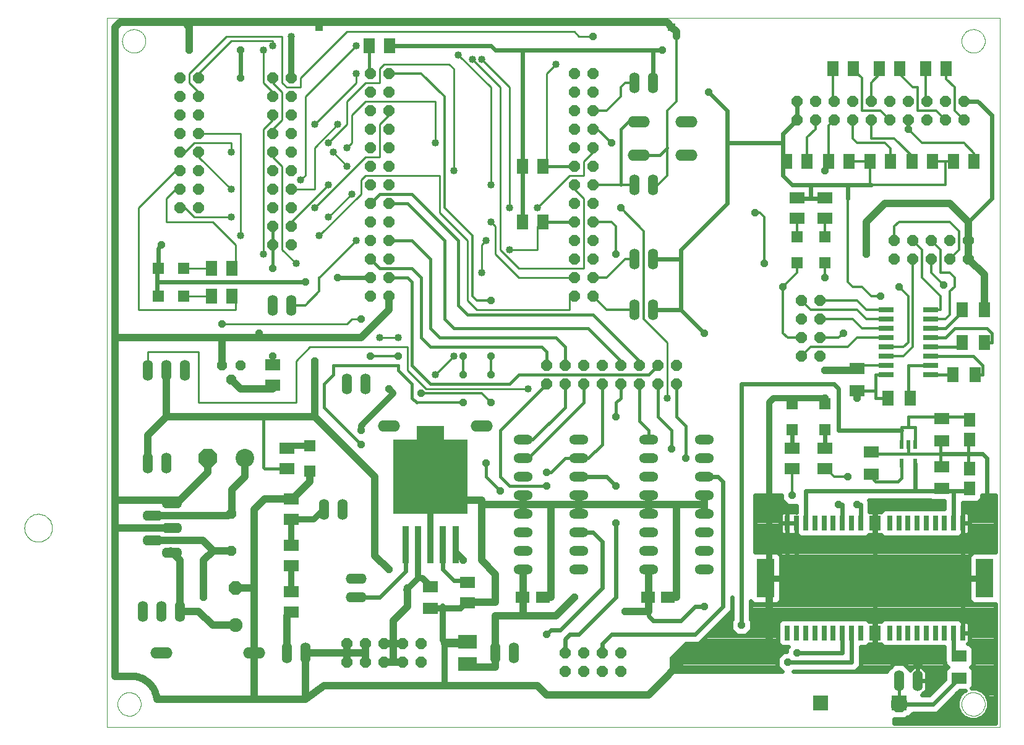
<source format=gtl>
G75*
G70*
%OFA0B0*%
%FSLAX24Y24*%
%IPPOS*%
%LPD*%
%AMOC8*
5,1,8,0,0,1.08239X$1,22.5*
%
%ADD10C,0.0000*%
%ADD11R,0.0787X0.0787*%
%ADD12R,0.1500X0.1000*%
%ADD13OC8,0.0600*%
%ADD14R,0.0630X0.0787*%
%ADD15OC8,0.0520*%
%ADD16C,0.1000*%
%ADD17OC8,0.1000*%
%ADD18O,0.1109X0.0554*%
%ADD19O,0.1200X0.0600*%
%ADD20C,0.0750*%
%ADD21OC8,0.0750*%
%ADD22R,0.0217X0.0472*%
%ADD23R,0.0787X0.0591*%
%ADD24OC8,0.0850*%
%ADD25R,0.0591X0.0591*%
%ADD26R,0.0787X0.0630*%
%ADD27O,0.1040X0.0520*%
%ADD28R,0.4000X0.4000*%
%ADD29R,0.0320X0.2000*%
%ADD30R,0.0984X0.0768*%
%ADD31O,0.0560X0.1120*%
%ADD32R,0.0768X0.0591*%
%ADD33R,0.0591X0.0768*%
%ADD34R,0.0591X0.0787*%
%ADD35R,0.0800X0.0260*%
%ADD36O,0.1120X0.0560*%
%ADD37R,0.0315X0.0787*%
%ADD38R,0.0945X0.2087*%
%ADD39C,0.0160*%
%ADD40C,0.0100*%
%ADD41C,0.0400*%
%ADD42OC8,0.0396*%
%ADD43C,0.0120*%
%ADD44C,0.0320*%
%ADD45C,0.0240*%
%ADD46C,0.0400*%
%ADD47R,0.0396X0.0396*%
D10*
X004935Y001310D02*
X004935Y039556D01*
X053055Y039556D01*
X053055Y001310D01*
X004935Y001310D01*
X005490Y002558D02*
X005493Y002615D01*
X005500Y002672D01*
X005513Y002728D01*
X005531Y002782D01*
X005554Y002835D01*
X005582Y002885D01*
X005614Y002933D01*
X005650Y002977D01*
X005690Y003018D01*
X005734Y003056D01*
X005780Y003089D01*
X005830Y003117D01*
X005882Y003141D01*
X005936Y003161D01*
X005992Y003175D01*
X006048Y003184D01*
X006106Y003188D01*
X006163Y003187D01*
X006220Y003180D01*
X006276Y003168D01*
X006331Y003152D01*
X006384Y003130D01*
X006435Y003104D01*
X006483Y003073D01*
X006529Y003038D01*
X006571Y002998D01*
X006609Y002956D01*
X006643Y002909D01*
X006673Y002860D01*
X006698Y002809D01*
X006718Y002755D01*
X006734Y002700D01*
X006744Y002644D01*
X006749Y002587D01*
X006749Y002529D01*
X006744Y002472D01*
X006734Y002416D01*
X006718Y002361D01*
X006698Y002307D01*
X006673Y002256D01*
X006643Y002207D01*
X006609Y002160D01*
X006571Y002118D01*
X006529Y002078D01*
X006483Y002043D01*
X006435Y002012D01*
X006384Y001986D01*
X006331Y001964D01*
X006276Y001948D01*
X006220Y001936D01*
X006163Y001929D01*
X006106Y001928D01*
X006048Y001932D01*
X005992Y001941D01*
X005936Y001955D01*
X005882Y001975D01*
X005830Y001999D01*
X005780Y002027D01*
X005734Y002060D01*
X005690Y002098D01*
X005650Y002139D01*
X005614Y002183D01*
X005582Y002231D01*
X005554Y002281D01*
X005531Y002334D01*
X005513Y002388D01*
X005500Y002444D01*
X005493Y002501D01*
X005490Y002558D01*
X000474Y012058D02*
X000477Y012126D01*
X000486Y012193D01*
X000502Y012260D01*
X000523Y012324D01*
X000550Y012387D01*
X000583Y012447D01*
X000621Y012503D01*
X000664Y012556D01*
X000711Y012605D01*
X000763Y012649D01*
X000819Y012688D01*
X000878Y012722D01*
X000940Y012751D01*
X001004Y012773D01*
X001070Y012790D01*
X001137Y012801D01*
X001205Y012806D01*
X001273Y012804D01*
X001341Y012797D01*
X001407Y012783D01*
X001472Y012763D01*
X001536Y012737D01*
X001596Y012706D01*
X001653Y012669D01*
X001707Y012627D01*
X001757Y012581D01*
X001802Y012530D01*
X001843Y012475D01*
X001878Y012417D01*
X001908Y012356D01*
X001932Y012292D01*
X001951Y012227D01*
X001963Y012160D01*
X001969Y012092D01*
X001969Y012024D01*
X001963Y011956D01*
X001951Y011889D01*
X001932Y011824D01*
X001908Y011760D01*
X001878Y011699D01*
X001843Y011641D01*
X001802Y011586D01*
X001757Y011535D01*
X001707Y011489D01*
X001653Y011447D01*
X001596Y011410D01*
X001536Y011379D01*
X001472Y011353D01*
X001407Y011333D01*
X001341Y011319D01*
X001273Y011312D01*
X001205Y011310D01*
X001137Y011315D01*
X001070Y011326D01*
X001004Y011343D01*
X000940Y011365D01*
X000878Y011394D01*
X000819Y011428D01*
X000763Y011467D01*
X000711Y011511D01*
X000664Y011560D01*
X000621Y011613D01*
X000583Y011669D01*
X000550Y011729D01*
X000523Y011792D01*
X000502Y011856D01*
X000486Y011923D01*
X000477Y011990D01*
X000474Y012058D01*
X005740Y038308D02*
X005743Y038365D01*
X005750Y038422D01*
X005763Y038478D01*
X005781Y038532D01*
X005804Y038585D01*
X005832Y038635D01*
X005864Y038683D01*
X005900Y038727D01*
X005940Y038768D01*
X005984Y038806D01*
X006030Y038839D01*
X006080Y038867D01*
X006132Y038891D01*
X006186Y038911D01*
X006242Y038925D01*
X006298Y038934D01*
X006356Y038938D01*
X006413Y038937D01*
X006470Y038930D01*
X006526Y038918D01*
X006581Y038902D01*
X006634Y038880D01*
X006685Y038854D01*
X006733Y038823D01*
X006779Y038788D01*
X006821Y038748D01*
X006859Y038706D01*
X006893Y038659D01*
X006923Y038610D01*
X006948Y038559D01*
X006968Y038505D01*
X006984Y038450D01*
X006994Y038394D01*
X006999Y038337D01*
X006999Y038279D01*
X006994Y038222D01*
X006984Y038166D01*
X006968Y038111D01*
X006948Y038057D01*
X006923Y038006D01*
X006893Y037957D01*
X006859Y037910D01*
X006821Y037868D01*
X006779Y037828D01*
X006733Y037793D01*
X006685Y037762D01*
X006634Y037736D01*
X006581Y037714D01*
X006526Y037698D01*
X006470Y037686D01*
X006413Y037679D01*
X006356Y037678D01*
X006298Y037682D01*
X006242Y037691D01*
X006186Y037705D01*
X006132Y037725D01*
X006080Y037749D01*
X006030Y037777D01*
X005984Y037810D01*
X005940Y037848D01*
X005900Y037889D01*
X005864Y037933D01*
X005832Y037981D01*
X005804Y038031D01*
X005781Y038084D01*
X005763Y038138D01*
X005750Y038194D01*
X005743Y038251D01*
X005740Y038308D01*
X050990Y038308D02*
X050993Y038365D01*
X051000Y038422D01*
X051013Y038478D01*
X051031Y038532D01*
X051054Y038585D01*
X051082Y038635D01*
X051114Y038683D01*
X051150Y038727D01*
X051190Y038768D01*
X051234Y038806D01*
X051280Y038839D01*
X051330Y038867D01*
X051382Y038891D01*
X051436Y038911D01*
X051492Y038925D01*
X051548Y038934D01*
X051606Y038938D01*
X051663Y038937D01*
X051720Y038930D01*
X051776Y038918D01*
X051831Y038902D01*
X051884Y038880D01*
X051935Y038854D01*
X051983Y038823D01*
X052029Y038788D01*
X052071Y038748D01*
X052109Y038706D01*
X052143Y038659D01*
X052173Y038610D01*
X052198Y038559D01*
X052218Y038505D01*
X052234Y038450D01*
X052244Y038394D01*
X052249Y038337D01*
X052249Y038279D01*
X052244Y038222D01*
X052234Y038166D01*
X052218Y038111D01*
X052198Y038057D01*
X052173Y038006D01*
X052143Y037957D01*
X052109Y037910D01*
X052071Y037868D01*
X052029Y037828D01*
X051983Y037793D01*
X051935Y037762D01*
X051884Y037736D01*
X051831Y037714D01*
X051776Y037698D01*
X051720Y037686D01*
X051663Y037679D01*
X051606Y037678D01*
X051548Y037682D01*
X051492Y037691D01*
X051436Y037705D01*
X051382Y037725D01*
X051330Y037749D01*
X051280Y037777D01*
X051234Y037810D01*
X051190Y037848D01*
X051150Y037889D01*
X051114Y037933D01*
X051082Y037981D01*
X051054Y038031D01*
X051031Y038084D01*
X051013Y038138D01*
X051000Y038194D01*
X050993Y038251D01*
X050990Y038308D01*
X050990Y002558D02*
X050993Y002615D01*
X051000Y002672D01*
X051013Y002728D01*
X051031Y002782D01*
X051054Y002835D01*
X051082Y002885D01*
X051114Y002933D01*
X051150Y002977D01*
X051190Y003018D01*
X051234Y003056D01*
X051280Y003089D01*
X051330Y003117D01*
X051382Y003141D01*
X051436Y003161D01*
X051492Y003175D01*
X051548Y003184D01*
X051606Y003188D01*
X051663Y003187D01*
X051720Y003180D01*
X051776Y003168D01*
X051831Y003152D01*
X051884Y003130D01*
X051935Y003104D01*
X051983Y003073D01*
X052029Y003038D01*
X052071Y002998D01*
X052109Y002956D01*
X052143Y002909D01*
X052173Y002860D01*
X052198Y002809D01*
X052218Y002755D01*
X052234Y002700D01*
X052244Y002644D01*
X052249Y002587D01*
X052249Y002529D01*
X052244Y002472D01*
X052234Y002416D01*
X052218Y002361D01*
X052198Y002307D01*
X052173Y002256D01*
X052143Y002207D01*
X052109Y002160D01*
X052071Y002118D01*
X052029Y002078D01*
X051983Y002043D01*
X051935Y002012D01*
X051884Y001986D01*
X051831Y001964D01*
X051776Y001948D01*
X051720Y001936D01*
X051663Y001929D01*
X051606Y001928D01*
X051548Y001932D01*
X051492Y001941D01*
X051436Y001955D01*
X051382Y001975D01*
X051330Y001999D01*
X051280Y002027D01*
X051234Y002060D01*
X051190Y002098D01*
X051150Y002139D01*
X051114Y002183D01*
X051082Y002231D01*
X051054Y002281D01*
X051031Y002334D01*
X051013Y002388D01*
X051000Y002444D01*
X050993Y002501D01*
X050990Y002558D01*
D11*
X047628Y002626D03*
X043378Y002626D03*
D12*
X022370Y017058D03*
D13*
X028620Y019808D03*
X028620Y020808D03*
X029620Y020808D03*
X030620Y020808D03*
X031620Y020808D03*
X032620Y020808D03*
X033620Y020808D03*
X034620Y020808D03*
X035620Y020808D03*
X035620Y019808D03*
X034620Y019808D03*
X033620Y019808D03*
X032620Y019808D03*
X031620Y019808D03*
X030620Y019808D03*
X029620Y019808D03*
X030120Y024558D03*
X031120Y024558D03*
X031120Y025558D03*
X031120Y026558D03*
X030120Y026558D03*
X030120Y025558D03*
X030120Y027558D03*
X030120Y028558D03*
X031120Y028558D03*
X031120Y027558D03*
X031120Y029558D03*
X031120Y030558D03*
X030120Y030558D03*
X030120Y029558D03*
X030120Y031558D03*
X030120Y032558D03*
X031120Y032558D03*
X031120Y031558D03*
X031120Y033558D03*
X031120Y034558D03*
X030120Y034558D03*
X030120Y033558D03*
X030120Y035558D03*
X030120Y036558D03*
X031120Y036558D03*
X031120Y035558D03*
X042120Y035058D03*
X043120Y035058D03*
X044120Y035058D03*
X045120Y035058D03*
X046120Y035058D03*
X047120Y035058D03*
X048120Y035058D03*
X049120Y035058D03*
X050120Y035058D03*
X051120Y035058D03*
X051120Y034058D03*
X050120Y034058D03*
X049120Y034058D03*
X048120Y034058D03*
X047120Y034058D03*
X046120Y034058D03*
X045120Y034058D03*
X044120Y034058D03*
X043120Y034058D03*
X042120Y034058D03*
X047370Y027558D03*
X048370Y027558D03*
X049370Y027558D03*
X050370Y027558D03*
X051370Y027558D03*
X051370Y026558D03*
X050370Y026558D03*
X049370Y026558D03*
X048370Y026558D03*
X047370Y026558D03*
X043370Y024308D03*
X042370Y024308D03*
X042370Y023308D03*
X043370Y023308D03*
X043370Y022308D03*
X042370Y022308D03*
X042370Y021308D03*
X043370Y021308D03*
X032620Y005308D03*
X031620Y005308D03*
X030620Y005308D03*
X029620Y005308D03*
X029620Y004308D03*
X030620Y004308D03*
X031620Y004308D03*
X032620Y004308D03*
X021870Y004808D03*
X020870Y004808D03*
X019870Y004808D03*
X018870Y004808D03*
X017870Y004808D03*
X017870Y005808D03*
X018870Y005808D03*
X019870Y005808D03*
X020870Y005808D03*
X021870Y005808D03*
X020120Y024558D03*
X019120Y024558D03*
X019120Y025558D03*
X020120Y025558D03*
X020120Y026558D03*
X019120Y026558D03*
X019120Y027558D03*
X020120Y027558D03*
X020120Y028558D03*
X019120Y028558D03*
X019120Y029558D03*
X020120Y029558D03*
X020120Y030558D03*
X019120Y030558D03*
X019120Y031558D03*
X020120Y031558D03*
X020120Y032558D03*
X019120Y032558D03*
X019120Y033558D03*
X020120Y033558D03*
X020120Y034558D03*
X019120Y034558D03*
X019120Y035558D03*
X020120Y035558D03*
X020120Y036558D03*
X019120Y036558D03*
X014870Y036308D03*
X013870Y036308D03*
X013870Y035308D03*
X014870Y035308D03*
X014870Y034308D03*
X013870Y034308D03*
X013870Y033308D03*
X014870Y033308D03*
X014870Y032308D03*
X013870Y032308D03*
X013870Y031308D03*
X014870Y031308D03*
X014870Y030308D03*
X013870Y030308D03*
X013870Y029308D03*
X014870Y029308D03*
X014870Y028308D03*
X013870Y028308D03*
X013870Y027308D03*
X014870Y027308D03*
X009870Y029308D03*
X008870Y029308D03*
X008870Y030308D03*
X008870Y031308D03*
X008870Y032308D03*
X009870Y032308D03*
X009870Y031308D03*
X009870Y030308D03*
X009870Y033308D03*
X009870Y034308D03*
X008870Y034308D03*
X008870Y033308D03*
X008870Y035308D03*
X008870Y036308D03*
X009870Y036308D03*
X009870Y035308D03*
D14*
X019069Y038058D03*
X020171Y038058D03*
X027319Y031558D03*
X028421Y031558D03*
X028421Y028558D03*
X027319Y028558D03*
X041569Y031808D03*
X042671Y031808D03*
X043819Y031808D03*
X044921Y031808D03*
X046069Y031808D03*
X047171Y031808D03*
X048319Y031808D03*
X049421Y031808D03*
X050569Y031808D03*
X051671Y031808D03*
X050171Y036808D03*
X049069Y036808D03*
X047671Y036808D03*
X046569Y036808D03*
X045171Y036808D03*
X044069Y036808D03*
X011671Y026058D03*
X010569Y026058D03*
X010569Y024558D03*
X011671Y024558D03*
D15*
X012120Y020808D03*
X011620Y020058D03*
X011120Y020808D03*
X011620Y012808D03*
X011620Y010808D03*
D16*
X012370Y015808D03*
D17*
X010370Y015808D03*
D18*
X008427Y013396D03*
X007391Y012727D03*
X008427Y012058D03*
X007391Y011388D03*
X008427Y010719D03*
D19*
X007870Y005308D03*
X012870Y005308D03*
X020120Y017558D03*
X025120Y017558D03*
X033590Y032168D03*
X033590Y033948D03*
X036150Y033948D03*
X036150Y032168D03*
D20*
X011870Y006808D03*
D21*
X011870Y008808D03*
D22*
X047746Y015546D03*
X048494Y015546D03*
X048494Y016569D03*
X048120Y016569D03*
X047746Y016569D03*
D23*
X046120Y016148D03*
X046120Y014967D03*
X049930Y015358D03*
X049930Y014177D03*
X049930Y016757D03*
X049930Y017938D03*
X045370Y019467D03*
X045370Y020648D03*
X050870Y005148D03*
X050870Y003967D03*
X022370Y007717D03*
X022370Y008898D03*
D24*
X047620Y002558D03*
D25*
X043620Y017369D03*
X043620Y018747D03*
X041870Y018747D03*
X041870Y017369D03*
X042120Y026369D03*
X042120Y027747D03*
X043620Y027747D03*
X043620Y026369D03*
X015870Y016497D03*
X015870Y015119D03*
X009059Y024558D03*
X007681Y024558D03*
X007681Y026058D03*
X009059Y026058D03*
D26*
X013870Y020859D03*
X013870Y019756D03*
X014620Y016359D03*
X014620Y015256D03*
X014870Y013609D03*
X014870Y012506D03*
X014870Y011109D03*
X014870Y010006D03*
X014870Y008609D03*
X014870Y007506D03*
X024370Y008006D03*
X024370Y009109D03*
X041870Y015256D03*
X041870Y016359D03*
X043620Y016359D03*
X043620Y015256D03*
X043620Y028756D03*
X043620Y029859D03*
X042120Y029859D03*
X042120Y028756D03*
D27*
X037120Y016808D03*
X037120Y015808D03*
X037120Y014808D03*
X037120Y013808D03*
X037120Y012808D03*
X037120Y011808D03*
X037120Y010808D03*
X037120Y009808D03*
X034120Y009808D03*
X034120Y010808D03*
X034120Y011808D03*
X034120Y012808D03*
X034120Y013808D03*
X034120Y014808D03*
X034120Y015808D03*
X034120Y016808D03*
X030370Y016808D03*
X030370Y015808D03*
X030370Y014808D03*
X030370Y013808D03*
X030370Y012808D03*
X030370Y011808D03*
X030370Y010808D03*
X030370Y009808D03*
X027370Y009808D03*
X027370Y010808D03*
X027370Y011808D03*
X027370Y012808D03*
X027370Y013808D03*
X027370Y014808D03*
X027370Y015808D03*
X027370Y016808D03*
D28*
X022370Y014808D03*
D29*
X022370Y011138D03*
X023040Y011138D03*
X023710Y011138D03*
X021700Y011138D03*
X021030Y011138D03*
D30*
X024370Y005908D03*
X024370Y004707D03*
D31*
X025870Y005308D03*
X026870Y005308D03*
X017620Y013058D03*
X016620Y013058D03*
X008870Y007558D03*
X007870Y007558D03*
X006870Y007558D03*
X014620Y005308D03*
X015620Y005308D03*
X008120Y015558D03*
X007120Y015558D03*
X007120Y020558D03*
X008120Y020558D03*
X009120Y020558D03*
X013870Y024058D03*
X014870Y024058D03*
X017870Y019808D03*
X018870Y019808D03*
X033370Y023808D03*
X034370Y023808D03*
X034370Y026558D03*
X033370Y026558D03*
X033370Y030558D03*
X034370Y030558D03*
X034370Y036058D03*
X033370Y036058D03*
X047620Y003808D03*
X048620Y003808D03*
D32*
X035161Y008308D03*
X034078Y008308D03*
X028411Y008308D03*
X027328Y008308D03*
D33*
X051430Y014176D03*
X051430Y015259D03*
X051430Y016806D03*
X051430Y017889D03*
D34*
X051710Y020308D03*
X050529Y020308D03*
X051029Y022058D03*
X052210Y022058D03*
X052210Y023808D03*
X051029Y023808D03*
X048210Y019058D03*
X047029Y019058D03*
X046332Y012308D03*
X046332Y006402D03*
D35*
X046910Y020308D03*
X046910Y020808D03*
X046910Y021308D03*
X046910Y021808D03*
X046910Y022308D03*
X046910Y022808D03*
X046910Y023308D03*
X046910Y023808D03*
X049330Y023808D03*
X049330Y023308D03*
X049330Y022808D03*
X049330Y022308D03*
X049330Y021808D03*
X049330Y021308D03*
X049330Y020808D03*
X049330Y020308D03*
D36*
X018370Y009308D03*
X018370Y008308D03*
D37*
X041608Y006402D03*
X042100Y006402D03*
X042592Y006402D03*
X043084Y006402D03*
X043576Y006402D03*
X044069Y006402D03*
X044561Y006402D03*
X045053Y006402D03*
X045545Y006402D03*
X047120Y006402D03*
X047612Y006402D03*
X048104Y006402D03*
X048596Y006402D03*
X049088Y006402D03*
X049580Y006402D03*
X050073Y006402D03*
X050565Y006402D03*
X051057Y006402D03*
X051057Y012308D03*
X050565Y012308D03*
X050073Y012308D03*
X049580Y012308D03*
X049088Y012308D03*
X048596Y012308D03*
X048104Y012308D03*
X047612Y012308D03*
X047120Y012308D03*
X045545Y012308D03*
X045053Y012308D03*
X044561Y012308D03*
X044069Y012308D03*
X043576Y012308D03*
X043084Y012308D03*
X042592Y012308D03*
X042100Y012308D03*
X041608Y012308D03*
D38*
X040427Y009355D03*
X052238Y009355D03*
D39*
X049870Y014058D02*
X049930Y014118D01*
X049930Y014177D01*
X049870Y014367D01*
X049870Y014058D01*
X051430Y015259D02*
X051381Y015558D01*
X051370Y015558D01*
X051370Y016058D01*
X051370Y016496D01*
X051430Y016806D01*
X051428Y016558D01*
X051370Y016558D01*
X051370Y016058D01*
X049870Y016058D02*
X049870Y015558D01*
X049879Y015558D01*
X049930Y015358D01*
X049870Y016058D02*
X049870Y016558D01*
X049879Y016558D01*
X049930Y016757D01*
X049870Y016058D02*
X047870Y016058D01*
X046370Y016058D01*
X046120Y016308D01*
X046120Y016148D01*
X046120Y014967D02*
X046120Y014808D01*
X046370Y014558D01*
X047560Y014558D01*
X047760Y014758D01*
X047760Y015468D01*
X047740Y015488D01*
X047746Y015494D01*
X047746Y015546D01*
X047870Y016058D02*
X048120Y016058D01*
X048120Y016569D01*
X048490Y016569D02*
X048480Y017488D01*
X048120Y017488D01*
X048120Y018058D01*
X049810Y018058D01*
X049930Y017938D01*
X049870Y017748D01*
X049870Y018058D01*
X051261Y018058D01*
X051430Y017889D01*
X048494Y016569D02*
X048490Y016569D01*
X047750Y016569D02*
X047750Y017308D01*
X047750Y017488D01*
X048120Y017488D01*
X047750Y016569D02*
X047746Y016569D01*
X048494Y015546D02*
X048494Y015524D01*
X048500Y015518D01*
X048210Y019058D02*
X048120Y019058D01*
X048120Y020808D01*
X049330Y020808D01*
X049620Y020808D01*
X049330Y021308D02*
X051620Y021308D01*
X052120Y020808D01*
X052120Y020308D01*
X051710Y020308D01*
X051620Y020308D01*
X050620Y020308D02*
X050529Y020308D01*
X049330Y020308D01*
X049330Y021808D02*
X050870Y021808D01*
X051120Y022058D01*
X051029Y022058D01*
X050620Y022808D02*
X050120Y022308D01*
X049330Y022308D01*
X049330Y022808D02*
X050120Y022808D01*
X051029Y023717D01*
X051029Y023808D01*
X050620Y022808D02*
X052370Y022808D01*
X052620Y022558D01*
X052620Y022058D01*
X052210Y022058D01*
X052120Y022058D01*
X047120Y020308D02*
X046910Y020308D01*
X046370Y020308D01*
X046370Y019467D01*
X046370Y019058D01*
X047029Y019058D01*
X046370Y019467D02*
X045370Y019467D01*
X045370Y019058D01*
X043620Y018747D02*
X043620Y018558D01*
X036120Y017558D02*
X036120Y015808D01*
X035370Y016308D02*
X035370Y017308D01*
X034620Y018058D01*
X034620Y019808D01*
X034120Y020308D02*
X027120Y020308D01*
X026620Y019808D01*
X022370Y019808D01*
X021370Y020808D01*
X021370Y025308D01*
X021120Y025558D01*
X020120Y025558D01*
X019620Y026058D02*
X019120Y026558D01*
X019620Y026058D02*
X021370Y026058D01*
X021870Y025558D01*
X021870Y022308D01*
X022370Y021808D01*
X028370Y021808D01*
X028620Y021558D01*
X028620Y020808D01*
X029620Y020808D02*
X029620Y021808D01*
X029120Y022308D01*
X022870Y022308D01*
X022370Y022808D01*
X022370Y026558D01*
X021370Y027558D01*
X020120Y027558D01*
X020120Y029558D02*
X021120Y029558D01*
X023120Y027558D01*
X023120Y023308D01*
X023620Y022808D01*
X030870Y022808D01*
X032620Y021058D01*
X032620Y020808D01*
X033620Y020808D02*
X033620Y021058D01*
X031120Y023558D01*
X024370Y023558D01*
X023870Y024058D01*
X023870Y027558D01*
X021370Y030058D01*
X019620Y030058D01*
X019120Y029558D01*
X013870Y028308D02*
X013870Y027308D01*
X013870Y026058D01*
X017120Y020808D02*
X020620Y020808D01*
X020620Y020558D01*
X021370Y019808D01*
X021370Y019058D01*
X021620Y018808D01*
X018620Y016558D02*
X016620Y018558D01*
X016620Y019808D01*
X017120Y020308D01*
X017120Y020808D01*
X013370Y018058D02*
X013370Y015308D01*
X013421Y015256D01*
X014620Y015256D01*
X025370Y015558D02*
X025370Y014808D01*
X026120Y014058D01*
X026620Y014308D02*
X026120Y014808D01*
X026120Y017308D01*
X028620Y019808D01*
X029620Y019808D02*
X029620Y018558D01*
X027870Y016808D01*
X027370Y016808D01*
X027370Y015808D02*
X027620Y015808D01*
X030620Y018808D01*
X030620Y019808D01*
X031620Y019808D02*
X031620Y016558D01*
X030870Y015808D01*
X030370Y015808D01*
X029620Y015808D01*
X028870Y015058D01*
X028620Y015058D01*
X028620Y014308D02*
X026620Y014308D01*
X032370Y018058D02*
X032370Y018808D01*
X032620Y019058D01*
X032620Y019808D01*
X033620Y019808D02*
X033620Y017808D01*
X034120Y017308D01*
X034120Y016808D01*
X035620Y018058D02*
X035620Y019808D01*
X034620Y020808D02*
X034120Y020308D01*
X035620Y018058D02*
X036120Y017558D01*
X030120Y028558D02*
X028421Y028558D01*
X032620Y030558D02*
X032620Y033558D01*
X033010Y033948D01*
X033590Y033948D01*
X035120Y032558D02*
X034730Y032168D01*
X033590Y032168D01*
X030120Y031558D02*
X028421Y031558D01*
X019120Y036558D02*
X019069Y036609D01*
X019069Y038058D01*
X042069Y029808D02*
X042120Y029859D01*
X042171Y029808D01*
X047620Y003808D02*
X047620Y002558D01*
D40*
X035120Y019058D02*
X035120Y022058D01*
X033870Y023308D01*
X030120Y024558D02*
X029870Y024558D01*
X029870Y023808D01*
X024870Y023808D01*
X024370Y024308D01*
X024370Y027558D01*
X022870Y029058D01*
X022870Y031058D01*
X018870Y031058D01*
X018620Y030808D01*
X018620Y030058D01*
X016370Y027808D01*
X016870Y028808D02*
X018120Y030058D01*
X016870Y030558D02*
X014870Y028558D01*
X014870Y028308D01*
X016120Y029308D02*
X018870Y032058D01*
X019620Y032058D01*
X019620Y033808D01*
X020120Y034308D01*
X020120Y034558D01*
X018870Y035058D02*
X022620Y035058D01*
X022620Y032808D01*
X023620Y031308D02*
X023620Y036808D01*
X023370Y037058D01*
X019870Y037058D01*
X019620Y036808D01*
X019620Y036058D01*
X018870Y036058D01*
X017870Y035058D01*
X017870Y033808D01*
X016870Y032808D01*
X017870Y032558D02*
X018120Y032808D01*
X018120Y034308D01*
X018870Y035058D01*
X018370Y036058D02*
X018370Y036558D01*
X018370Y036058D02*
X016120Y033808D01*
X016120Y032558D02*
X017370Y033808D01*
X016120Y032558D02*
X016120Y030308D01*
X014870Y030308D01*
X015370Y030808D02*
X015620Y031058D01*
X015620Y035308D01*
X018370Y038058D01*
X017870Y038808D02*
X030120Y038808D01*
X030370Y038558D01*
X031120Y038558D01*
X029120Y037058D02*
X028620Y036558D01*
X028620Y031808D01*
X028421Y031558D01*
X029870Y031058D02*
X030620Y031058D01*
X030620Y031808D01*
X031120Y032308D01*
X031120Y032558D01*
X031120Y033558D02*
X031370Y033558D01*
X029870Y031058D02*
X028120Y029308D01*
X028421Y028558D02*
X028120Y028308D01*
X028120Y027058D01*
X026620Y027058D01*
X026120Y027058D02*
X027120Y026058D01*
X030620Y026058D01*
X030620Y029808D01*
X030120Y030308D01*
X030120Y030558D01*
X026620Y029308D02*
X026620Y035808D01*
X025120Y037308D01*
X024620Y037308D02*
X026120Y035808D01*
X026120Y027058D01*
X025870Y026808D02*
X027120Y025558D01*
X030120Y025558D01*
X025870Y026808D02*
X025870Y028308D01*
X025620Y028558D01*
X025370Y027558D02*
X025120Y027308D01*
X025120Y025808D01*
X020620Y022308D02*
X019620Y022308D01*
X018620Y023308D02*
X018120Y023308D01*
X017870Y023058D01*
X011120Y023058D01*
X011870Y023808D02*
X011870Y024308D01*
X011620Y024558D01*
X011671Y024558D01*
X011870Y023808D02*
X006620Y023808D01*
X006620Y029308D01*
X008620Y031308D01*
X008870Y031308D01*
X008870Y032308D02*
X009120Y032308D01*
X009620Y032808D01*
X011620Y032808D01*
X011620Y032308D01*
X012120Y033308D02*
X009870Y033308D01*
X009870Y032308D02*
X009870Y032058D01*
X011620Y030308D01*
X011620Y028808D02*
X009620Y028808D01*
X009120Y029308D01*
X008870Y029308D01*
X008120Y029808D02*
X008120Y028558D01*
X010620Y028558D01*
X011870Y027308D01*
X011870Y026308D01*
X011620Y026058D01*
X011671Y026058D01*
X010569Y026058D02*
X009059Y026058D01*
X007870Y025808D02*
X007681Y026058D01*
X007620Y025808D02*
X007870Y025808D01*
X007870Y024808D02*
X007681Y024558D01*
X007620Y024808D02*
X007870Y024808D01*
X009059Y024558D02*
X010569Y024558D01*
X013370Y026808D02*
X013370Y033558D01*
X013870Y034058D01*
X013870Y034308D01*
X014370Y034058D02*
X013870Y033558D01*
X013870Y033308D01*
X014370Y034058D02*
X014370Y035558D01*
X013870Y036058D01*
X013870Y036308D01*
X014370Y036058D02*
X014620Y035808D01*
X015370Y035808D01*
X015370Y036308D01*
X017870Y038808D01*
X014370Y038558D02*
X014370Y036058D01*
X013870Y035558D02*
X013870Y035308D01*
X013870Y035558D02*
X013370Y036058D01*
X013370Y037808D01*
X013870Y038058D02*
X013870Y038308D01*
X011620Y038308D01*
X009870Y036558D01*
X009870Y036308D01*
X009370Y036558D02*
X011370Y038558D01*
X014370Y038558D01*
X009870Y035558D02*
X009870Y035308D01*
X009870Y035558D02*
X009370Y036058D01*
X009370Y036558D01*
X012120Y033308D02*
X012120Y027808D01*
X014370Y027058D02*
X015120Y026308D01*
X014370Y027058D02*
X014370Y031558D01*
X013870Y032058D01*
X013870Y032308D01*
X017120Y032308D02*
X017870Y031558D01*
X018370Y027558D02*
X016370Y025558D01*
X015870Y021808D02*
X021120Y021808D01*
X021120Y020558D01*
X022120Y019558D01*
X027620Y019558D01*
X023620Y021308D02*
X022620Y020308D01*
X015870Y021808D02*
X015120Y021058D01*
X015120Y018808D01*
X009870Y018808D01*
X009870Y021558D01*
X007120Y021558D01*
X007120Y020558D01*
X013620Y019808D02*
X013870Y019756D01*
X008120Y029808D02*
X008620Y030308D01*
X008870Y030308D01*
X023870Y037558D02*
X025620Y035808D01*
X025620Y030558D01*
D41*
X025620Y030558D03*
X026620Y029308D03*
X025620Y028558D03*
X025370Y027558D03*
X026620Y027058D03*
X025120Y025808D03*
X028120Y029308D03*
X023620Y031308D03*
X022620Y032808D03*
X018120Y030058D03*
X016870Y030558D03*
X017870Y031558D03*
X017120Y032308D03*
X017870Y032558D03*
X016870Y032808D03*
X017370Y033808D03*
X016120Y033808D03*
X015370Y030808D03*
X016120Y029308D03*
X016870Y028808D03*
X016370Y027808D03*
X015120Y026308D03*
X013370Y026808D03*
X012120Y027808D03*
X011620Y028808D03*
X011620Y030308D03*
X011620Y032308D03*
X018370Y036558D03*
X018370Y038058D03*
X014870Y038558D03*
X013870Y038058D03*
X013370Y037808D03*
X023870Y037558D03*
X024620Y037308D03*
X025120Y037308D03*
X029120Y037058D03*
X018370Y027558D03*
X019620Y022308D03*
X020620Y022308D03*
X022620Y020308D03*
X023620Y021308D03*
X027620Y019558D03*
X035120Y019058D03*
D42*
X032370Y018058D03*
X035370Y016308D03*
X036120Y015808D03*
X032370Y014308D03*
X032370Y012308D03*
X028620Y014308D03*
X028620Y015058D03*
X026120Y014058D03*
X025370Y015558D03*
X025620Y018808D03*
X024120Y018808D03*
X024120Y020308D03*
X024120Y021308D03*
X025620Y021308D03*
X025620Y020308D03*
X021870Y019308D03*
X020120Y019558D03*
X020620Y021308D03*
X019120Y021308D03*
X018620Y023308D03*
X016120Y021058D03*
X013870Y021308D03*
X013120Y022558D03*
X011120Y023058D03*
X013870Y026058D03*
X015620Y025308D03*
X017370Y025558D03*
X025620Y024308D03*
X032370Y026808D03*
X032620Y029308D03*
X032120Y032808D03*
X037370Y035558D03*
X034870Y037808D03*
X031120Y038558D03*
X043620Y031308D03*
X039870Y029058D03*
X040370Y026308D03*
X041370Y025058D03*
X043620Y025558D03*
X045870Y026808D03*
X047620Y025058D03*
X046620Y024558D03*
X044620Y022558D03*
X043620Y020558D03*
X043620Y019058D03*
X045370Y019058D03*
X044870Y014808D03*
X045370Y013308D03*
X044370Y013308D03*
X041870Y013808D03*
X037120Y007808D03*
X039120Y006808D03*
X041620Y004808D03*
X042120Y005308D03*
X032870Y007558D03*
X030120Y008308D03*
X028620Y006308D03*
X024120Y010308D03*
X021120Y008808D03*
X020120Y009808D03*
X014620Y007058D03*
X010120Y008308D03*
X018620Y016558D03*
X018620Y017308D03*
X007870Y027308D03*
X012120Y036308D03*
X012120Y037808D03*
X009370Y037808D03*
X037120Y022558D03*
X050020Y025158D03*
X048120Y033558D03*
D43*
X048120Y034058D01*
X048120Y033558D02*
X048870Y032808D01*
X051120Y032808D01*
X051671Y032256D01*
X051671Y031808D01*
X050569Y031808D02*
X050120Y031808D01*
X049421Y031808D01*
X049370Y031808D01*
X050120Y031808D02*
X050120Y030558D01*
X046120Y030558D01*
X046069Y030609D01*
X046069Y031808D01*
X044921Y031808D01*
X043870Y031808D02*
X043870Y031558D01*
X043620Y031308D01*
X043819Y031808D02*
X043870Y031808D01*
X043819Y031808D02*
X043819Y033756D01*
X044120Y034058D01*
X045120Y034058D02*
X045120Y033058D01*
X045370Y032808D01*
X046870Y032808D01*
X047171Y032506D01*
X047171Y031808D01*
X046120Y031808D02*
X046069Y031808D01*
X046120Y033058D02*
X046120Y034058D01*
X045620Y034558D02*
X046620Y034558D01*
X047120Y034058D01*
X046120Y035058D02*
X046120Y036058D01*
X046569Y036506D01*
X046569Y036808D01*
X045620Y036308D02*
X045620Y034558D01*
X044120Y035058D02*
X044069Y035109D01*
X044069Y036808D01*
X045171Y036808D02*
X045171Y036756D01*
X045620Y036308D01*
X047671Y036506D02*
X048370Y035808D01*
X048620Y035808D01*
X048620Y034558D01*
X049620Y034558D01*
X050120Y034058D01*
X050620Y034558D02*
X051120Y034058D01*
X050620Y034558D02*
X050620Y035808D01*
X050171Y036256D01*
X050171Y036808D01*
X049069Y036808D02*
X049069Y035109D01*
X049120Y035058D01*
X047671Y036506D02*
X047671Y036808D01*
X043120Y034058D02*
X043120Y033558D01*
X042671Y033109D01*
X042671Y031808D01*
X041620Y031808D02*
X041370Y032058D01*
X041370Y031808D02*
X041569Y031808D01*
X041620Y031808D01*
X044870Y029808D02*
X044870Y025308D01*
X045120Y025058D01*
X045620Y025058D01*
X046120Y024558D01*
X046620Y024558D01*
X046910Y023808D02*
X045870Y023808D01*
X045370Y024308D01*
X043370Y024308D01*
X042870Y023808D02*
X045370Y023808D01*
X045870Y023308D01*
X046910Y023308D01*
X047120Y023308D01*
X046910Y022808D02*
X045620Y022808D01*
X045120Y023308D01*
X043370Y023308D01*
X042870Y023808D02*
X042370Y024308D01*
X041370Y025058D02*
X042120Y025808D01*
X042120Y026369D01*
X042120Y026558D01*
X042120Y027747D02*
X042120Y028756D01*
X042120Y028808D01*
X043620Y028756D02*
X043620Y028808D01*
X043620Y028756D02*
X043620Y027747D01*
X043620Y026369D02*
X043620Y025558D01*
X041370Y025058D02*
X041370Y022558D01*
X041620Y022308D01*
X042370Y022308D01*
X042870Y021808D02*
X044870Y021808D01*
X045370Y022308D01*
X046120Y022308D01*
X046910Y022308D01*
X046910Y021808D02*
X047870Y021808D01*
X048120Y022058D01*
X048120Y024558D01*
X047620Y025058D01*
X048870Y025558D02*
X049870Y024558D01*
X049870Y023808D01*
X049330Y023808D01*
X049330Y023308D02*
X050120Y023308D01*
X050370Y023558D01*
X050370Y024808D01*
X050620Y025058D01*
X050620Y025558D01*
X050370Y025808D01*
X049870Y025808D01*
X049870Y027058D01*
X049370Y027558D01*
X048870Y027058D02*
X048870Y025558D01*
X049370Y025808D02*
X050020Y025158D01*
X049370Y025808D02*
X049370Y026558D01*
X048870Y027058D02*
X048370Y027558D01*
X047370Y027558D02*
X047370Y028308D01*
X047620Y028558D01*
X049370Y028558D01*
X050370Y028558D01*
X050870Y028058D01*
X050870Y027058D01*
X050370Y026558D01*
X048370Y026558D02*
X048370Y021808D01*
X047870Y021308D01*
X046910Y021308D01*
X046870Y021308D01*
X046870Y021808D02*
X046910Y021808D01*
X046120Y022308D02*
X045870Y022308D01*
X044620Y022558D02*
X044370Y022308D01*
X043370Y022308D01*
X042870Y021808D02*
X042370Y021308D01*
X045370Y020648D02*
X045460Y020648D01*
X045620Y020808D01*
X046910Y020808D01*
X043620Y015308D02*
X044120Y014808D01*
X044870Y014808D01*
X043620Y015256D02*
X043620Y015308D01*
X041870Y015256D02*
X041870Y015308D01*
X041870Y015256D02*
X041870Y013808D01*
X033870Y023308D02*
X033870Y028058D01*
X032620Y029308D01*
X032120Y028558D02*
X031120Y028558D01*
X032120Y028558D02*
X032370Y028308D01*
X032370Y026808D01*
X032870Y026558D02*
X031870Y025558D01*
X031120Y025558D01*
X031120Y024558D02*
X031870Y023808D01*
X033370Y023808D01*
X033370Y026558D02*
X032870Y026558D01*
X032620Y030558D02*
X031120Y030558D01*
X032620Y030558D02*
X033370Y030558D01*
X034370Y030558D02*
X034620Y030558D01*
X035120Y031058D01*
X035120Y032558D01*
X035120Y034558D01*
X035620Y035058D01*
X035620Y038558D01*
X033370Y036058D02*
X032870Y036058D01*
X032620Y035808D01*
X032620Y035308D01*
X031870Y034558D01*
X031120Y034558D01*
X031370Y033558D02*
X032120Y032808D01*
X039870Y029058D02*
X040120Y029058D01*
X040370Y028808D01*
X040370Y026308D01*
X048319Y031808D02*
X048319Y032109D01*
X047370Y033058D01*
X046120Y033058D01*
X049370Y028558D02*
X049620Y028558D01*
X025620Y024308D02*
X024870Y024308D01*
X024620Y024558D01*
X024620Y027808D01*
X023120Y029308D01*
X023120Y035308D01*
X021870Y036558D01*
X020120Y036558D01*
X016370Y025558D02*
X016370Y024808D01*
X015620Y024058D01*
X014870Y024058D01*
X019120Y021308D02*
X020620Y021308D01*
X021870Y019308D02*
X025120Y019308D01*
X025620Y018808D01*
X024120Y018808D02*
X021620Y018808D01*
X024120Y020308D02*
X024120Y021308D01*
X025620Y021308D02*
X025620Y020308D01*
D44*
X020370Y019308D02*
X020120Y019558D01*
X020370Y019308D02*
X018620Y017558D01*
X018620Y017308D01*
X015870Y016497D02*
X014809Y016497D01*
X014620Y016308D01*
X014620Y016359D01*
X016620Y013058D02*
X016069Y012506D01*
X014870Y012506D01*
X014870Y011109D01*
X014870Y011058D01*
X014870Y010006D02*
X014870Y008609D01*
X014870Y008558D01*
X021070Y008708D02*
X021120Y008758D01*
X021700Y009338D01*
X021940Y009338D01*
X022379Y008898D01*
X022370Y008898D01*
X022379Y008898D02*
X022420Y008858D01*
X021700Y009338D02*
X021700Y011138D01*
X022370Y011138D02*
X022370Y013558D01*
X023710Y011138D02*
X023710Y010758D01*
X024160Y010308D01*
X024120Y010308D01*
X024160Y010308D02*
X024170Y010298D01*
X024370Y008108D02*
X023979Y007717D01*
X023020Y007717D01*
X023020Y006008D01*
X023119Y005908D01*
X024370Y005908D01*
X023120Y005808D02*
X023120Y003658D01*
X023170Y003608D01*
X023170Y003558D01*
X023020Y007717D02*
X022370Y007717D01*
X023020Y007717D02*
X023020Y007808D01*
X024370Y008006D02*
X024370Y008108D01*
X021120Y008758D02*
X021120Y008808D01*
X040620Y009058D02*
X040620Y018808D01*
X040870Y019058D01*
X041870Y019058D01*
X043620Y019058D01*
X043620Y018747D01*
X041870Y018747D02*
X041870Y019058D01*
X041620Y009308D02*
X040620Y009308D01*
X041620Y009308D02*
X042120Y009308D01*
X046370Y009308D01*
X051120Y009308D01*
X051870Y009308D01*
X014870Y036308D02*
X014870Y038558D01*
D45*
X012120Y037808D02*
X012120Y036308D01*
X020120Y038058D02*
X020171Y038058D01*
X025620Y038058D01*
X025870Y037808D01*
X027370Y037808D01*
X027319Y037756D01*
X027319Y031558D01*
X027370Y031558D01*
X027319Y031506D01*
X027319Y028558D01*
X034370Y026558D02*
X035870Y026558D01*
X035870Y027058D01*
X038370Y029558D01*
X038370Y032808D01*
X038370Y034558D01*
X037370Y035558D01*
X034370Y036058D02*
X034370Y037808D01*
X027370Y037808D01*
X034370Y037808D02*
X034870Y037808D01*
X038370Y032808D02*
X041370Y032808D01*
X041370Y033308D01*
X042120Y034058D01*
X042120Y035058D01*
X041370Y032808D02*
X041370Y032058D01*
X041370Y031808D02*
X041370Y031058D01*
X041870Y030558D01*
X042870Y030558D01*
X042870Y029808D01*
X043620Y029808D01*
X043620Y029859D01*
X043671Y029808D01*
X042870Y029808D02*
X042171Y029808D01*
X042870Y030558D02*
X044870Y030558D01*
X044870Y029808D01*
X044870Y030558D02*
X046120Y030558D01*
X051370Y028558D02*
X052620Y029808D01*
X052620Y034308D01*
X051870Y035058D01*
X051120Y035058D01*
X035870Y026558D02*
X035870Y023808D01*
X034370Y023808D01*
X035870Y023808D02*
X037120Y022558D01*
X039120Y019808D02*
X044120Y019808D01*
X044370Y019558D01*
X044370Y017308D01*
X047750Y017308D01*
X048500Y015518D02*
X048500Y014058D01*
X048620Y014058D01*
X049870Y014058D01*
X050565Y014058D01*
X051430Y014058D01*
X051430Y014176D01*
X052095Y013808D02*
X052835Y013808D01*
X052835Y010768D01*
X051612Y010768D01*
X051395Y010551D01*
X051395Y008158D01*
X051612Y007941D01*
X052835Y007941D01*
X052835Y001529D01*
X047370Y001529D01*
X047370Y001763D01*
X047949Y001763D01*
X048049Y001863D01*
X048175Y001863D01*
X048379Y002068D01*
X049663Y002068D01*
X049950Y002355D01*
X050897Y003302D01*
X051196Y003302D01*
X051138Y003278D01*
X050899Y003039D01*
X050770Y002727D01*
X050770Y002388D01*
X050899Y002076D01*
X051138Y001837D01*
X051451Y001708D01*
X051789Y001708D01*
X052101Y001837D01*
X052340Y002076D01*
X052470Y002388D01*
X052470Y002727D01*
X052340Y003039D01*
X052101Y003278D01*
X051789Y003407D01*
X051522Y003407D01*
X051633Y003518D01*
X051633Y004416D01*
X051491Y004558D01*
X051633Y004700D01*
X051633Y005597D01*
X051417Y005813D01*
X051330Y005813D01*
X051434Y005917D01*
X051434Y006402D01*
X051434Y006887D01*
X051305Y007016D01*
X051057Y007016D01*
X051057Y006984D01*
X051057Y006985D01*
X051057Y007016D01*
X051025Y007016D01*
X050875Y007166D01*
X050383Y007166D01*
X049891Y007166D01*
X049399Y007166D01*
X048907Y007166D01*
X048415Y007166D01*
X047923Y007166D01*
X047430Y007166D01*
X046809Y007166D01*
X046659Y007016D01*
X046360Y007016D01*
X046360Y006430D01*
X046305Y006430D01*
X046305Y007016D01*
X046006Y007016D01*
X045856Y007166D01*
X045364Y007166D01*
X044871Y007166D01*
X044379Y007166D01*
X043887Y007166D01*
X043395Y007166D01*
X042903Y007166D01*
X042281Y007166D01*
X041919Y007166D01*
X041297Y007166D01*
X041080Y006949D01*
X041080Y005855D01*
X041297Y005638D01*
X041647Y005638D01*
X041552Y005543D01*
X041552Y005376D01*
X041384Y005376D01*
X041052Y005043D01*
X041052Y004572D01*
X041316Y004308D01*
X035370Y004308D01*
X035370Y005058D01*
X036130Y005818D01*
X036417Y005818D01*
X036823Y005818D01*
X038323Y007318D01*
X038610Y007605D01*
X038610Y008298D01*
X038630Y008318D01*
X038630Y007121D01*
X038552Y007043D01*
X038552Y006572D01*
X038884Y006239D01*
X039355Y006239D01*
X039688Y006572D01*
X039688Y007043D01*
X039610Y007121D01*
X039610Y008133D01*
X039801Y007941D01*
X041053Y007941D01*
X041269Y008158D01*
X041269Y010551D01*
X041053Y010768D01*
X039870Y010768D01*
X039870Y013808D01*
X041302Y013808D01*
X041302Y013572D01*
X041634Y013239D01*
X042102Y013239D01*
X042102Y012921D01*
X042100Y012921D01*
X041857Y012921D01*
X041608Y012921D01*
X041608Y012308D01*
X041608Y012308D01*
X041608Y012921D01*
X041359Y012921D01*
X041230Y012792D01*
X041230Y012308D01*
X041608Y012308D01*
X041985Y012308D01*
X042065Y012308D01*
X042065Y012307D01*
X041985Y012307D01*
X041608Y012307D01*
X041608Y011694D01*
X041857Y011694D01*
X042100Y011694D01*
X042100Y011726D01*
X042100Y011725D01*
X042100Y011694D01*
X042131Y011694D01*
X042281Y011544D01*
X042903Y011544D01*
X043395Y011544D01*
X043887Y011544D01*
X044379Y011544D01*
X044871Y011544D01*
X045234Y011544D01*
X045856Y011544D01*
X046006Y011694D01*
X046305Y011694D01*
X046305Y012280D01*
X046360Y012280D01*
X046360Y011694D01*
X046659Y011694D01*
X046809Y011544D01*
X047430Y011544D01*
X047923Y011544D01*
X048415Y011544D01*
X048907Y011544D01*
X049399Y011544D01*
X049891Y011544D01*
X050383Y011544D01*
X050875Y011544D01*
X051025Y011694D01*
X051057Y011694D01*
X051305Y011694D01*
X051434Y011823D01*
X051434Y012307D01*
X051092Y012307D01*
X051092Y012308D01*
X051434Y012308D01*
X051434Y012792D01*
X051305Y012921D01*
X051057Y012921D01*
X051057Y012890D01*
X051057Y012890D01*
X051057Y012921D01*
X051055Y012921D01*
X051055Y013422D01*
X051878Y013422D01*
X052095Y013639D01*
X052095Y013808D01*
X052090Y013634D02*
X052835Y013634D01*
X052835Y013395D02*
X051055Y013395D01*
X051055Y013157D02*
X052835Y013157D01*
X052835Y012918D02*
X051309Y012918D01*
X051057Y012918D02*
X051057Y012918D01*
X051057Y013058D02*
X051057Y012308D01*
X051057Y009308D01*
X051120Y009308D01*
X051041Y009386D01*
X051057Y009308D02*
X051057Y006402D01*
X051092Y006402D02*
X051434Y006402D01*
X051092Y006402D01*
X051092Y006402D01*
X051434Y006477D02*
X052835Y006477D01*
X052835Y006239D02*
X051434Y006239D01*
X051434Y006000D02*
X052835Y006000D01*
X052835Y005762D02*
X051468Y005762D01*
X051633Y005523D02*
X052835Y005523D01*
X052835Y005285D02*
X051633Y005285D01*
X051633Y005046D02*
X052835Y005046D01*
X052835Y004808D02*
X051633Y004808D01*
X051503Y004569D02*
X052835Y004569D01*
X052835Y004330D02*
X051633Y004330D01*
X051633Y004092D02*
X052835Y004092D01*
X052835Y003853D02*
X051633Y003853D01*
X051633Y003615D02*
X052835Y003615D01*
X052835Y003376D02*
X051864Y003376D01*
X052241Y003138D02*
X052835Y003138D01*
X052835Y002899D02*
X052398Y002899D01*
X052470Y002661D02*
X052835Y002661D01*
X052835Y002422D02*
X052470Y002422D01*
X052385Y002184D02*
X052835Y002184D01*
X052835Y001945D02*
X052209Y001945D01*
X052835Y001706D02*
X047370Y001706D01*
X048257Y001945D02*
X051030Y001945D01*
X050855Y002184D02*
X049779Y002184D01*
X050018Y002422D02*
X050770Y002422D01*
X050770Y002661D02*
X050256Y002661D01*
X050495Y002899D02*
X050841Y002899D01*
X050733Y003138D02*
X050998Y003138D01*
X050870Y003967D02*
X049460Y002558D01*
X047620Y002558D01*
X048847Y003048D02*
X049120Y003320D01*
X049120Y003807D01*
X048620Y003807D01*
X048620Y003808D01*
X048620Y003808D01*
X048620Y004588D01*
X048827Y004588D01*
X049120Y004295D01*
X049120Y003808D01*
X048620Y003808D01*
X048620Y004588D01*
X048413Y004588D01*
X048226Y004401D01*
X047889Y004738D01*
X047351Y004738D01*
X046970Y004357D01*
X046970Y004308D01*
X041923Y004308D01*
X041933Y004318D01*
X045256Y004318D01*
X045543Y004605D01*
X045543Y005010D01*
X045543Y005638D01*
X045856Y005638D01*
X046006Y005788D01*
X046305Y005788D01*
X046305Y006374D01*
X046360Y006374D01*
X046360Y005788D01*
X046659Y005788D01*
X046809Y005638D01*
X047430Y005638D01*
X047923Y005638D01*
X048415Y005638D01*
X048907Y005638D01*
X049399Y005638D01*
X049891Y005638D01*
X050075Y005638D01*
X050075Y005260D01*
X050075Y004855D01*
X050106Y004823D01*
X050106Y004700D01*
X050248Y004558D01*
X050106Y004416D01*
X050106Y003896D01*
X049257Y003048D01*
X048847Y003048D01*
X048937Y003138D02*
X049348Y003138D01*
X049120Y003376D02*
X049586Y003376D01*
X049825Y003615D02*
X049120Y003615D01*
X049120Y003853D02*
X050063Y003853D01*
X050106Y004092D02*
X049120Y004092D01*
X049084Y004330D02*
X050106Y004330D01*
X050237Y004569D02*
X048845Y004569D01*
X048620Y004569D02*
X048620Y004569D01*
X048394Y004569D02*
X048057Y004569D01*
X048620Y004330D02*
X048620Y004330D01*
X048620Y004092D02*
X048620Y004092D01*
X048620Y003853D02*
X048620Y003853D01*
X047182Y004569D02*
X045507Y004569D01*
X045543Y004808D02*
X050106Y004808D01*
X050075Y005046D02*
X045543Y005046D01*
X045543Y005285D02*
X050075Y005285D01*
X050075Y005523D02*
X045543Y005523D01*
X045979Y005762D02*
X046686Y005762D01*
X046360Y006000D02*
X046305Y006000D01*
X046305Y006239D02*
X046360Y006239D01*
X046332Y006402D02*
X046332Y009308D01*
X046370Y009308D01*
X046317Y009254D01*
X046317Y009058D01*
X046332Y009308D02*
X046332Y012308D01*
X046305Y012335D02*
X046305Y012921D01*
X046035Y012921D01*
X046035Y013105D01*
X046035Y013510D01*
X045978Y013568D01*
X048297Y013568D01*
X048823Y013568D01*
X049327Y013568D01*
X049383Y013512D01*
X050075Y013512D01*
X050075Y013071D01*
X049891Y013071D01*
X049399Y013071D01*
X048907Y013071D01*
X048415Y013071D01*
X047923Y013071D01*
X047430Y013071D01*
X046809Y013071D01*
X046659Y012921D01*
X046360Y012921D01*
X046360Y012335D01*
X046305Y012335D01*
X046305Y012441D02*
X046360Y012441D01*
X046360Y012679D02*
X046305Y012679D01*
X046305Y012918D02*
X046360Y012918D01*
X046035Y013157D02*
X050075Y013157D01*
X050075Y013395D02*
X046035Y013395D01*
X045545Y013308D02*
X045370Y013308D01*
X045545Y013308D02*
X045545Y012308D01*
X046305Y012202D02*
X046360Y012202D01*
X046360Y011964D02*
X046305Y011964D01*
X046305Y011725D02*
X046360Y011725D01*
X044561Y012308D02*
X044561Y013308D01*
X044370Y013308D01*
X042592Y014058D02*
X042592Y012308D01*
X042100Y012308D02*
X042100Y009308D01*
X042120Y009308D01*
X042084Y009343D01*
X041620Y009308D02*
X041608Y009308D01*
X041608Y012308D01*
X041608Y012307D01*
X041608Y012307D01*
X041608Y011694D01*
X041359Y011694D01*
X041230Y011823D01*
X041230Y012307D01*
X041608Y012307D01*
X041608Y012308D01*
X041608Y012202D02*
X041608Y012202D01*
X041608Y011964D02*
X041608Y011964D01*
X041608Y011725D02*
X041608Y011725D01*
X041328Y011725D02*
X039870Y011725D01*
X039870Y011487D02*
X052835Y011487D01*
X052835Y011725D02*
X051337Y011725D01*
X051434Y011964D02*
X052835Y011964D01*
X052835Y012202D02*
X051434Y012202D01*
X051434Y012441D02*
X052835Y012441D01*
X052835Y012679D02*
X051434Y012679D01*
X051057Y013058D02*
X052370Y013058D01*
X052370Y015808D01*
X052120Y016058D01*
X051370Y016058D01*
X049870Y016058D01*
X049930Y014177D02*
X049930Y014058D01*
X049870Y014058D01*
X050120Y014058D01*
X050565Y014058D02*
X050565Y012308D01*
X051057Y011725D02*
X051057Y011725D01*
X051057Y011694D01*
X051057Y011725D01*
X051057Y011725D01*
X051395Y010533D02*
X041269Y010533D01*
X041269Y010294D02*
X051395Y010294D01*
X051395Y010056D02*
X041269Y010056D01*
X041269Y009817D02*
X051395Y009817D01*
X051395Y009578D02*
X041269Y009578D01*
X041269Y009340D02*
X051395Y009340D01*
X051395Y009101D02*
X041269Y009101D01*
X041269Y008863D02*
X051395Y008863D01*
X051395Y008624D02*
X041269Y008624D01*
X041269Y008386D02*
X051395Y008386D01*
X051406Y008147D02*
X041258Y008147D01*
X041086Y006954D02*
X039688Y006954D01*
X039688Y006716D02*
X041080Y006716D01*
X041080Y006477D02*
X039593Y006477D01*
X039120Y006808D02*
X039120Y019808D01*
X041870Y017369D02*
X041870Y016359D01*
X043620Y016359D02*
X043620Y017369D01*
X042592Y014058D02*
X048620Y014058D01*
X052835Y011248D02*
X039870Y011248D01*
X039870Y011010D02*
X052835Y011010D01*
X052835Y010771D02*
X039870Y010771D01*
X039870Y011964D02*
X041230Y011964D01*
X041230Y012202D02*
X039870Y012202D01*
X039870Y012441D02*
X041230Y012441D01*
X041230Y012679D02*
X039870Y012679D01*
X039870Y012918D02*
X041356Y012918D01*
X041608Y012918D02*
X041608Y012918D01*
X041608Y012679D02*
X041608Y012679D01*
X041608Y012441D02*
X041608Y012441D01*
X042100Y012890D02*
X042100Y012921D01*
X042100Y012890D01*
X042100Y012890D01*
X042100Y012918D02*
X042100Y012918D01*
X042102Y013157D02*
X039870Y013157D01*
X039870Y013395D02*
X041479Y013395D01*
X041302Y013634D02*
X039870Y013634D01*
X038120Y014558D02*
X037870Y014808D01*
X037120Y014808D01*
X038120Y014558D02*
X038120Y007808D01*
X036620Y006308D01*
X032120Y006308D01*
X031620Y005808D01*
X031620Y005308D01*
X030370Y006308D02*
X032370Y008308D01*
X032370Y012308D01*
X031620Y011308D02*
X031120Y011808D01*
X030370Y011808D01*
X031620Y011308D02*
X031620Y008808D01*
X029370Y006558D01*
X028870Y006558D01*
X028620Y006308D01*
X029620Y006058D02*
X029620Y005308D01*
X029620Y006058D02*
X029870Y006308D01*
X030370Y006308D01*
X034120Y007308D02*
X034120Y007558D01*
X034120Y007308D02*
X034370Y007058D01*
X035870Y007058D01*
X036620Y007808D01*
X037120Y007808D01*
X037960Y006954D02*
X038552Y006954D01*
X038552Y006716D02*
X037721Y006716D01*
X037482Y006477D02*
X038647Y006477D01*
X038630Y007193D02*
X038198Y007193D01*
X038437Y007432D02*
X038630Y007432D01*
X038610Y007670D02*
X038630Y007670D01*
X038610Y007909D02*
X038630Y007909D01*
X038610Y008147D02*
X038630Y008147D01*
X039610Y007909D02*
X052835Y007909D01*
X052835Y007670D02*
X039610Y007670D01*
X039610Y007432D02*
X052835Y007432D01*
X052835Y007193D02*
X039610Y007193D01*
X041080Y006239D02*
X037244Y006239D01*
X037005Y006000D02*
X041080Y006000D01*
X041174Y005762D02*
X036074Y005762D01*
X035835Y005523D02*
X041552Y005523D01*
X041293Y005285D02*
X035597Y005285D01*
X035370Y005046D02*
X041055Y005046D01*
X041052Y004808D02*
X035370Y004808D01*
X035370Y004569D02*
X041055Y004569D01*
X041293Y004330D02*
X035370Y004330D01*
X041620Y004808D02*
X045053Y004808D01*
X045053Y006402D01*
X044561Y006402D02*
X044561Y005308D01*
X042120Y005308D01*
X045269Y004330D02*
X046970Y004330D01*
X046360Y006477D02*
X046305Y006477D01*
X046305Y006716D02*
X046360Y006716D01*
X046360Y006954D02*
X046305Y006954D01*
X050565Y006402D02*
X050565Y005058D01*
X050870Y005058D01*
X050870Y005148D01*
X050870Y005308D01*
X050620Y005308D01*
X051434Y006716D02*
X052835Y006716D01*
X052835Y006954D02*
X051367Y006954D01*
X051041Y009229D02*
X051120Y009308D01*
X042100Y011725D02*
X042100Y011725D01*
X041592Y009335D02*
X041620Y009308D01*
X032370Y014308D02*
X031870Y014808D01*
X030370Y014808D01*
X023040Y011138D02*
X023020Y011138D01*
X023020Y009808D01*
X023620Y009208D01*
X024420Y009208D01*
X024420Y009159D01*
X024370Y009109D01*
X021030Y009718D02*
X019620Y008308D01*
X018370Y008308D01*
X021030Y009718D02*
X021030Y011138D01*
X013870Y020859D02*
X013870Y021308D01*
X013120Y022308D02*
X013120Y022558D01*
X015620Y025308D02*
X007620Y025308D01*
X007620Y026058D01*
X007681Y026058D01*
X007681Y027119D01*
X007870Y027308D01*
X007620Y025308D02*
X007620Y024558D01*
X007681Y024558D01*
X017370Y025558D02*
X019120Y025558D01*
D46*
X020120Y024558D02*
X020120Y023808D01*
X018620Y022308D01*
X013120Y022308D01*
X011120Y022308D01*
X011120Y020808D01*
X011620Y020058D02*
X012120Y019558D01*
X013870Y019558D01*
X013870Y019756D01*
X013370Y018058D02*
X016120Y018058D01*
X016120Y021058D01*
X016120Y018058D02*
X019370Y014808D01*
X019370Y010558D01*
X020120Y009808D01*
X021120Y008808D02*
X021120Y007808D01*
X020370Y007058D01*
X020370Y005808D01*
X020370Y004808D01*
X019870Y004808D01*
X020370Y004808D02*
X020870Y004808D01*
X020870Y005808D02*
X020370Y005808D01*
X019870Y005808D01*
X018870Y005808D02*
X018870Y005308D01*
X018870Y004808D01*
X018870Y005308D02*
X017870Y005308D01*
X017870Y005808D01*
X017870Y004808D01*
X017870Y005308D02*
X015620Y005308D01*
X015620Y002808D01*
X016620Y003558D01*
X023170Y003558D01*
X028120Y003558D01*
X028620Y003058D01*
X034120Y003058D01*
X036370Y005308D01*
X038120Y005308D01*
X040620Y005308D01*
X040620Y009058D01*
X040620Y009308D01*
X037120Y012808D02*
X037120Y013308D01*
X035620Y013308D01*
X035620Y008308D01*
X035161Y008308D01*
X034120Y008308D02*
X034120Y007558D01*
X032870Y007558D01*
X034078Y008308D02*
X034120Y008308D01*
X034120Y009808D01*
X034120Y012808D02*
X034120Y013308D01*
X035620Y013308D01*
X037120Y013308D02*
X037120Y013808D01*
X034120Y013808D02*
X034120Y013308D01*
X030370Y013308D01*
X030370Y013808D01*
X030370Y013308D02*
X028870Y013308D01*
X028870Y008308D01*
X028411Y008308D01*
X027370Y008308D02*
X027370Y007308D01*
X029120Y007308D01*
X030120Y008308D01*
X027370Y008308D02*
X027328Y008308D01*
X027370Y008308D02*
X027370Y009808D01*
X025870Y009558D02*
X025120Y010308D01*
X025120Y013558D01*
X025120Y013308D01*
X027370Y013308D01*
X028870Y013308D01*
X030370Y013308D02*
X030370Y012808D01*
X027370Y012808D02*
X027370Y013308D01*
X027370Y013808D01*
X025120Y013558D02*
X022370Y013558D01*
X025870Y009558D02*
X025870Y008058D01*
X024370Y008058D01*
X024370Y008006D01*
X025870Y007308D02*
X027370Y007308D01*
X025870Y007308D02*
X025870Y005308D01*
X025870Y004558D01*
X024370Y004558D01*
X024370Y004707D01*
X024370Y005808D02*
X023120Y005808D01*
X024370Y005808D02*
X024370Y005908D01*
X015620Y002808D02*
X012870Y002808D01*
X007620Y002808D01*
X007612Y002880D01*
X007600Y002951D01*
X007584Y003022D01*
X007564Y003091D01*
X007541Y003160D01*
X007514Y003227D01*
X007484Y003293D01*
X007451Y003357D01*
X007414Y003419D01*
X007374Y003479D01*
X007330Y003537D01*
X007284Y003593D01*
X007235Y003646D01*
X007183Y003696D01*
X007129Y003744D01*
X007072Y003789D01*
X007013Y003831D01*
X006952Y003869D01*
X006889Y003905D01*
X006824Y003937D01*
X006758Y003965D01*
X006690Y003990D01*
X006621Y004012D01*
X006551Y004030D01*
X006480Y004044D01*
X006409Y004054D01*
X006337Y004061D01*
X006264Y004064D01*
X006192Y004063D01*
X006120Y004058D01*
X005370Y004058D01*
X005370Y012058D01*
X008427Y012058D01*
X008620Y012058D01*
X007391Y012708D02*
X011470Y012708D01*
X011620Y012858D01*
X011620Y012808D01*
X011620Y012858D02*
X011670Y012908D01*
X011670Y014108D01*
X012370Y014808D01*
X012370Y015808D01*
X010370Y015808D02*
X010370Y015058D01*
X008870Y013558D01*
X008427Y013558D01*
X005370Y013558D01*
X005370Y013308D01*
X005370Y022308D01*
X005370Y039058D01*
X005620Y039308D01*
X009120Y039308D01*
X009370Y039058D01*
X009370Y037808D01*
X005620Y039308D02*
X035120Y039308D01*
X035370Y039058D01*
X035620Y038808D01*
X035620Y038558D01*
X045870Y028558D02*
X046870Y029558D01*
X050370Y029558D01*
X051370Y028558D01*
X051370Y027558D01*
X051370Y026558D01*
X052210Y025717D01*
X052210Y023808D01*
X052120Y023808D01*
X045870Y026808D02*
X045870Y028558D01*
X045370Y020648D02*
X045370Y020558D01*
X043620Y020558D01*
X015870Y015119D02*
X015870Y014558D01*
X014870Y013558D01*
X014870Y013609D01*
X013421Y013609D01*
X012870Y013058D01*
X012870Y008808D01*
X011870Y008808D01*
X012870Y008808D02*
X012870Y005308D01*
X012870Y002808D01*
X014620Y005308D02*
X014620Y007058D01*
X014620Y007308D01*
X014870Y007558D01*
X014870Y007506D01*
X011870Y006808D02*
X010620Y006808D01*
X009870Y007558D01*
X008870Y007558D01*
X008870Y010308D01*
X008427Y010750D01*
X008427Y010719D01*
X008427Y010750D02*
X008370Y010808D01*
X007391Y011388D02*
X010089Y011388D01*
X010645Y010833D01*
X010120Y010308D01*
X010120Y008308D01*
X010670Y010808D02*
X011620Y010808D01*
X010670Y010808D02*
X010645Y010833D01*
X007391Y012708D02*
X007391Y012727D01*
X008427Y013396D02*
X008427Y013558D01*
X007120Y015558D02*
X007120Y017058D01*
X008120Y018058D01*
X008120Y020558D01*
X005370Y022308D02*
X011120Y022308D01*
X013370Y018058D02*
X008120Y018058D01*
X005370Y013308D02*
X005370Y012058D01*
D47*
X005370Y005808D03*
X038120Y005308D03*
X045120Y008308D03*
X045120Y010308D03*
X047370Y010308D03*
X047370Y008308D03*
X035370Y039058D03*
X016370Y039058D03*
M02*

</source>
